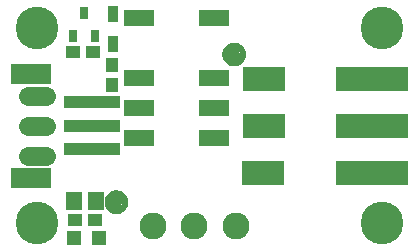
<source format=gbr>
G04 EAGLE Gerber RS-274X export*
G75*
%MOMM*%
%FSLAX34Y34*%
%LPD*%
%INSoldermask Top*%
%IPPOS*%
%AMOC8*
5,1,8,0,0,1.08239X$1,22.5*%
G01*
%ADD10C,1.101600*%
%ADD11C,0.500000*%
%ADD12R,2.601600X1.351600*%
%ADD13R,0.736600X1.117600*%
%ADD14R,1.101600X1.176600*%
%ADD15R,0.901600X1.451600*%
%ADD16R,1.341600X1.601600*%
%ADD17R,1.176600X1.101600*%
%ADD18R,1.301600X1.301600*%
%ADD19C,3.617600*%
%ADD20C,1.609600*%
%ADD21C,2.286000*%
%ADD22R,4.701600X1.101600*%
%ADD23R,3.501600X1.701600*%
%ADD24R,3.601600X2.101600*%
%ADD25R,6.101600X2.101600*%


D10*
X92710Y43180D03*
D11*
X92710Y50680D02*
X92529Y50678D01*
X92348Y50671D01*
X92167Y50660D01*
X91986Y50645D01*
X91806Y50625D01*
X91626Y50601D01*
X91447Y50573D01*
X91269Y50540D01*
X91092Y50503D01*
X90915Y50462D01*
X90740Y50417D01*
X90565Y50367D01*
X90392Y50313D01*
X90221Y50255D01*
X90050Y50193D01*
X89882Y50126D01*
X89715Y50056D01*
X89549Y49982D01*
X89386Y49903D01*
X89225Y49821D01*
X89065Y49735D01*
X88908Y49645D01*
X88753Y49551D01*
X88600Y49454D01*
X88450Y49352D01*
X88302Y49248D01*
X88156Y49139D01*
X88014Y49028D01*
X87874Y48912D01*
X87737Y48794D01*
X87602Y48672D01*
X87471Y48547D01*
X87343Y48419D01*
X87218Y48288D01*
X87096Y48153D01*
X86978Y48016D01*
X86862Y47876D01*
X86751Y47734D01*
X86642Y47588D01*
X86538Y47440D01*
X86436Y47290D01*
X86339Y47137D01*
X86245Y46982D01*
X86155Y46825D01*
X86069Y46665D01*
X85987Y46504D01*
X85908Y46341D01*
X85834Y46175D01*
X85764Y46008D01*
X85697Y45840D01*
X85635Y45669D01*
X85577Y45498D01*
X85523Y45325D01*
X85473Y45150D01*
X85428Y44975D01*
X85387Y44798D01*
X85350Y44621D01*
X85317Y44443D01*
X85289Y44264D01*
X85265Y44084D01*
X85245Y43904D01*
X85230Y43723D01*
X85219Y43542D01*
X85212Y43361D01*
X85210Y43180D01*
X92710Y50680D02*
X92891Y50678D01*
X93072Y50671D01*
X93253Y50660D01*
X93434Y50645D01*
X93614Y50625D01*
X93794Y50601D01*
X93973Y50573D01*
X94151Y50540D01*
X94328Y50503D01*
X94505Y50462D01*
X94680Y50417D01*
X94855Y50367D01*
X95028Y50313D01*
X95199Y50255D01*
X95370Y50193D01*
X95538Y50126D01*
X95705Y50056D01*
X95871Y49982D01*
X96034Y49903D01*
X96195Y49821D01*
X96355Y49735D01*
X96512Y49645D01*
X96667Y49551D01*
X96820Y49454D01*
X96970Y49352D01*
X97118Y49248D01*
X97264Y49139D01*
X97406Y49028D01*
X97546Y48912D01*
X97683Y48794D01*
X97818Y48672D01*
X97949Y48547D01*
X98077Y48419D01*
X98202Y48288D01*
X98324Y48153D01*
X98442Y48016D01*
X98558Y47876D01*
X98669Y47734D01*
X98778Y47588D01*
X98882Y47440D01*
X98984Y47290D01*
X99081Y47137D01*
X99175Y46982D01*
X99265Y46825D01*
X99351Y46665D01*
X99433Y46504D01*
X99512Y46341D01*
X99586Y46175D01*
X99656Y46008D01*
X99723Y45840D01*
X99785Y45669D01*
X99843Y45498D01*
X99897Y45325D01*
X99947Y45150D01*
X99992Y44975D01*
X100033Y44798D01*
X100070Y44621D01*
X100103Y44443D01*
X100131Y44264D01*
X100155Y44084D01*
X100175Y43904D01*
X100190Y43723D01*
X100201Y43542D01*
X100208Y43361D01*
X100210Y43180D01*
X100208Y42999D01*
X100201Y42818D01*
X100190Y42637D01*
X100175Y42456D01*
X100155Y42276D01*
X100131Y42096D01*
X100103Y41917D01*
X100070Y41739D01*
X100033Y41562D01*
X99992Y41385D01*
X99947Y41210D01*
X99897Y41035D01*
X99843Y40862D01*
X99785Y40691D01*
X99723Y40520D01*
X99656Y40352D01*
X99586Y40185D01*
X99512Y40019D01*
X99433Y39856D01*
X99351Y39695D01*
X99265Y39535D01*
X99175Y39378D01*
X99081Y39223D01*
X98984Y39070D01*
X98882Y38920D01*
X98778Y38772D01*
X98669Y38626D01*
X98558Y38484D01*
X98442Y38344D01*
X98324Y38207D01*
X98202Y38072D01*
X98077Y37941D01*
X97949Y37813D01*
X97818Y37688D01*
X97683Y37566D01*
X97546Y37448D01*
X97406Y37332D01*
X97264Y37221D01*
X97118Y37112D01*
X96970Y37008D01*
X96820Y36906D01*
X96667Y36809D01*
X96512Y36715D01*
X96355Y36625D01*
X96195Y36539D01*
X96034Y36457D01*
X95871Y36378D01*
X95705Y36304D01*
X95538Y36234D01*
X95370Y36167D01*
X95199Y36105D01*
X95028Y36047D01*
X94855Y35993D01*
X94680Y35943D01*
X94505Y35898D01*
X94328Y35857D01*
X94151Y35820D01*
X93973Y35787D01*
X93794Y35759D01*
X93614Y35735D01*
X93434Y35715D01*
X93253Y35700D01*
X93072Y35689D01*
X92891Y35682D01*
X92710Y35680D01*
X92529Y35682D01*
X92348Y35689D01*
X92167Y35700D01*
X91986Y35715D01*
X91806Y35735D01*
X91626Y35759D01*
X91447Y35787D01*
X91269Y35820D01*
X91092Y35857D01*
X90915Y35898D01*
X90740Y35943D01*
X90565Y35993D01*
X90392Y36047D01*
X90221Y36105D01*
X90050Y36167D01*
X89882Y36234D01*
X89715Y36304D01*
X89549Y36378D01*
X89386Y36457D01*
X89225Y36539D01*
X89065Y36625D01*
X88908Y36715D01*
X88753Y36809D01*
X88600Y36906D01*
X88450Y37008D01*
X88302Y37112D01*
X88156Y37221D01*
X88014Y37332D01*
X87874Y37448D01*
X87737Y37566D01*
X87602Y37688D01*
X87471Y37813D01*
X87343Y37941D01*
X87218Y38072D01*
X87096Y38207D01*
X86978Y38344D01*
X86862Y38484D01*
X86751Y38626D01*
X86642Y38772D01*
X86538Y38920D01*
X86436Y39070D01*
X86339Y39223D01*
X86245Y39378D01*
X86155Y39535D01*
X86069Y39695D01*
X85987Y39856D01*
X85908Y40019D01*
X85834Y40185D01*
X85764Y40352D01*
X85697Y40520D01*
X85635Y40691D01*
X85577Y40862D01*
X85523Y41035D01*
X85473Y41210D01*
X85428Y41385D01*
X85387Y41562D01*
X85350Y41739D01*
X85317Y41917D01*
X85289Y42096D01*
X85265Y42276D01*
X85245Y42456D01*
X85230Y42637D01*
X85219Y42818D01*
X85212Y42999D01*
X85210Y43180D01*
D10*
X192405Y168275D03*
D11*
X192405Y175775D02*
X192224Y175773D01*
X192043Y175766D01*
X191862Y175755D01*
X191681Y175740D01*
X191501Y175720D01*
X191321Y175696D01*
X191142Y175668D01*
X190964Y175635D01*
X190787Y175598D01*
X190610Y175557D01*
X190435Y175512D01*
X190260Y175462D01*
X190087Y175408D01*
X189916Y175350D01*
X189745Y175288D01*
X189577Y175221D01*
X189410Y175151D01*
X189244Y175077D01*
X189081Y174998D01*
X188920Y174916D01*
X188760Y174830D01*
X188603Y174740D01*
X188448Y174646D01*
X188295Y174549D01*
X188145Y174447D01*
X187997Y174343D01*
X187851Y174234D01*
X187709Y174123D01*
X187569Y174007D01*
X187432Y173889D01*
X187297Y173767D01*
X187166Y173642D01*
X187038Y173514D01*
X186913Y173383D01*
X186791Y173248D01*
X186673Y173111D01*
X186557Y172971D01*
X186446Y172829D01*
X186337Y172683D01*
X186233Y172535D01*
X186131Y172385D01*
X186034Y172232D01*
X185940Y172077D01*
X185850Y171920D01*
X185764Y171760D01*
X185682Y171599D01*
X185603Y171436D01*
X185529Y171270D01*
X185459Y171103D01*
X185392Y170935D01*
X185330Y170764D01*
X185272Y170593D01*
X185218Y170420D01*
X185168Y170245D01*
X185123Y170070D01*
X185082Y169893D01*
X185045Y169716D01*
X185012Y169538D01*
X184984Y169359D01*
X184960Y169179D01*
X184940Y168999D01*
X184925Y168818D01*
X184914Y168637D01*
X184907Y168456D01*
X184905Y168275D01*
X192405Y175775D02*
X192586Y175773D01*
X192767Y175766D01*
X192948Y175755D01*
X193129Y175740D01*
X193309Y175720D01*
X193489Y175696D01*
X193668Y175668D01*
X193846Y175635D01*
X194023Y175598D01*
X194200Y175557D01*
X194375Y175512D01*
X194550Y175462D01*
X194723Y175408D01*
X194894Y175350D01*
X195065Y175288D01*
X195233Y175221D01*
X195400Y175151D01*
X195566Y175077D01*
X195729Y174998D01*
X195890Y174916D01*
X196050Y174830D01*
X196207Y174740D01*
X196362Y174646D01*
X196515Y174549D01*
X196665Y174447D01*
X196813Y174343D01*
X196959Y174234D01*
X197101Y174123D01*
X197241Y174007D01*
X197378Y173889D01*
X197513Y173767D01*
X197644Y173642D01*
X197772Y173514D01*
X197897Y173383D01*
X198019Y173248D01*
X198137Y173111D01*
X198253Y172971D01*
X198364Y172829D01*
X198473Y172683D01*
X198577Y172535D01*
X198679Y172385D01*
X198776Y172232D01*
X198870Y172077D01*
X198960Y171920D01*
X199046Y171760D01*
X199128Y171599D01*
X199207Y171436D01*
X199281Y171270D01*
X199351Y171103D01*
X199418Y170935D01*
X199480Y170764D01*
X199538Y170593D01*
X199592Y170420D01*
X199642Y170245D01*
X199687Y170070D01*
X199728Y169893D01*
X199765Y169716D01*
X199798Y169538D01*
X199826Y169359D01*
X199850Y169179D01*
X199870Y168999D01*
X199885Y168818D01*
X199896Y168637D01*
X199903Y168456D01*
X199905Y168275D01*
X199903Y168094D01*
X199896Y167913D01*
X199885Y167732D01*
X199870Y167551D01*
X199850Y167371D01*
X199826Y167191D01*
X199798Y167012D01*
X199765Y166834D01*
X199728Y166657D01*
X199687Y166480D01*
X199642Y166305D01*
X199592Y166130D01*
X199538Y165957D01*
X199480Y165786D01*
X199418Y165615D01*
X199351Y165447D01*
X199281Y165280D01*
X199207Y165114D01*
X199128Y164951D01*
X199046Y164790D01*
X198960Y164630D01*
X198870Y164473D01*
X198776Y164318D01*
X198679Y164165D01*
X198577Y164015D01*
X198473Y163867D01*
X198364Y163721D01*
X198253Y163579D01*
X198137Y163439D01*
X198019Y163302D01*
X197897Y163167D01*
X197772Y163036D01*
X197644Y162908D01*
X197513Y162783D01*
X197378Y162661D01*
X197241Y162543D01*
X197101Y162427D01*
X196959Y162316D01*
X196813Y162207D01*
X196665Y162103D01*
X196515Y162001D01*
X196362Y161904D01*
X196207Y161810D01*
X196050Y161720D01*
X195890Y161634D01*
X195729Y161552D01*
X195566Y161473D01*
X195400Y161399D01*
X195233Y161329D01*
X195065Y161262D01*
X194894Y161200D01*
X194723Y161142D01*
X194550Y161088D01*
X194375Y161038D01*
X194200Y160993D01*
X194023Y160952D01*
X193846Y160915D01*
X193668Y160882D01*
X193489Y160854D01*
X193309Y160830D01*
X193129Y160810D01*
X192948Y160795D01*
X192767Y160784D01*
X192586Y160777D01*
X192405Y160775D01*
X192224Y160777D01*
X192043Y160784D01*
X191862Y160795D01*
X191681Y160810D01*
X191501Y160830D01*
X191321Y160854D01*
X191142Y160882D01*
X190964Y160915D01*
X190787Y160952D01*
X190610Y160993D01*
X190435Y161038D01*
X190260Y161088D01*
X190087Y161142D01*
X189916Y161200D01*
X189745Y161262D01*
X189577Y161329D01*
X189410Y161399D01*
X189244Y161473D01*
X189081Y161552D01*
X188920Y161634D01*
X188760Y161720D01*
X188603Y161810D01*
X188448Y161904D01*
X188295Y162001D01*
X188145Y162103D01*
X187997Y162207D01*
X187851Y162316D01*
X187709Y162427D01*
X187569Y162543D01*
X187432Y162661D01*
X187297Y162783D01*
X187166Y162908D01*
X187038Y163036D01*
X186913Y163167D01*
X186791Y163302D01*
X186673Y163439D01*
X186557Y163579D01*
X186446Y163721D01*
X186337Y163867D01*
X186233Y164015D01*
X186131Y164165D01*
X186034Y164318D01*
X185940Y164473D01*
X185850Y164630D01*
X185764Y164790D01*
X185682Y164951D01*
X185603Y165114D01*
X185529Y165280D01*
X185459Y165447D01*
X185392Y165615D01*
X185330Y165786D01*
X185272Y165957D01*
X185218Y166130D01*
X185168Y166305D01*
X185123Y166480D01*
X185082Y166657D01*
X185045Y166834D01*
X185012Y167012D01*
X184984Y167191D01*
X184960Y167371D01*
X184940Y167551D01*
X184925Y167732D01*
X184914Y167913D01*
X184907Y168094D01*
X184905Y168275D01*
D12*
X112010Y199620D03*
X112010Y148320D03*
X112010Y122920D03*
X112010Y97520D03*
X175010Y199620D03*
X175010Y148320D03*
X175010Y122920D03*
X175010Y97520D03*
D13*
X65405Y203675D03*
X74905Y183675D03*
X55905Y183675D03*
D14*
X88900Y142630D03*
X88900Y159630D03*
D15*
X89535Y177165D03*
X89535Y202565D03*
D16*
X75540Y44450D03*
X56540Y44450D03*
D17*
X73270Y170180D03*
X56270Y170180D03*
D18*
X77810Y12700D03*
X56810Y12700D03*
D17*
X57540Y27940D03*
X74540Y27940D03*
D19*
X317500Y25400D03*
X317500Y190500D03*
D20*
X32940Y133350D02*
X17860Y133350D01*
X17860Y107950D02*
X32940Y107950D01*
X32940Y82550D02*
X17860Y82550D01*
D19*
X25400Y190500D03*
X25400Y25400D03*
D21*
X193750Y22860D03*
X158750Y22860D03*
X123750Y22860D03*
D22*
X72085Y87950D03*
X72085Y107950D03*
D23*
X20085Y63950D03*
X20085Y151950D03*
D22*
X72085Y127950D03*
D24*
X217640Y147950D03*
D25*
X309140Y147950D03*
D24*
X217640Y107950D03*
D25*
X309140Y107950D03*
D24*
X216640Y67950D03*
D25*
X309140Y67950D03*
M02*

</source>
